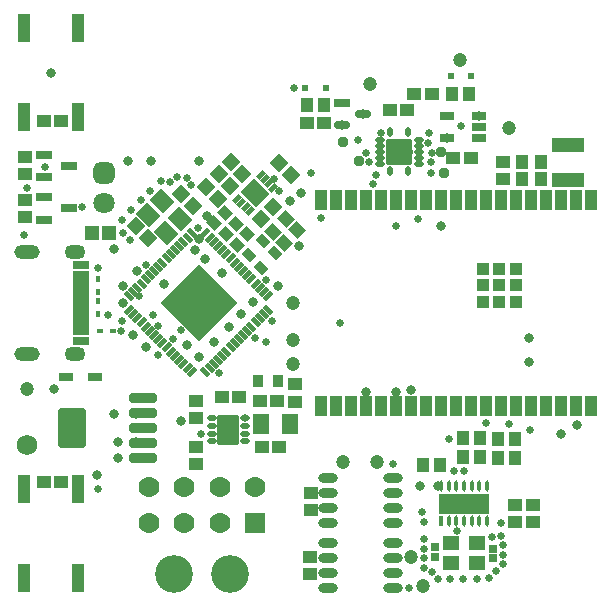
<source format=gts>
G04*
G04 #@! TF.GenerationSoftware,Altium Limited,Altium Designer,25.0.2 (28)*
G04*
G04 Layer_Color=8388736*
%FSLAX25Y25*%
%MOIN*%
G70*
G04*
G04 #@! TF.SameCoordinates,77BAF947-F79B-4421-9DE9-08F6AA71662D*
G04*
G04*
G04 #@! TF.FilePolarity,Negative*
G04*
G01*
G75*
%ADD27R,0.05328X0.07103*%
G04:AMPARAMS|DCode=28|XSize=37.64mil|YSize=12.3mil|CornerRadius=6.15mil|HoleSize=0mil|Usage=FLASHONLY|Rotation=90.000|XOffset=0mil|YOffset=0mil|HoleType=Round|Shape=RoundedRectangle|*
%AMROUNDEDRECTD28*
21,1,0.03764,0.00000,0,0,90.0*
21,1,0.02534,0.01230,0,0,90.0*
1,1,0.01230,0.00000,0.01267*
1,1,0.01230,0.00000,-0.01267*
1,1,0.01230,0.00000,-0.01267*
1,1,0.01230,0.00000,0.01267*
%
%ADD28ROUNDEDRECTD28*%
%ADD29R,0.01230X0.03764*%
%ADD32R,0.05512X0.04724*%
%ADD68R,0.04588X0.04481*%
G04:AMPARAMS|DCode=69|XSize=19.81mil|YSize=31.62mil|CornerRadius=5.95mil|HoleSize=0mil|Usage=FLASHONLY|Rotation=90.000|XOffset=0mil|YOffset=0mil|HoleType=Round|Shape=RoundedRectangle|*
%AMROUNDEDRECTD69*
21,1,0.01981,0.01972,0,0,90.0*
21,1,0.00791,0.03162,0,0,90.0*
1,1,0.01190,0.00986,0.00396*
1,1,0.01190,0.00986,-0.00396*
1,1,0.01190,-0.00986,-0.00396*
1,1,0.01190,-0.00986,0.00396*
%
%ADD69ROUNDEDRECTD69*%
G04:AMPARAMS|DCode=70|XSize=72.96mil|YSize=102.49mil|CornerRadius=5.95mil|HoleSize=0mil|Usage=FLASHONLY|Rotation=0.000|XOffset=0mil|YOffset=0mil|HoleType=Round|Shape=RoundedRectangle|*
%AMROUNDEDRECTD70*
21,1,0.07296,0.09059,0,0,0.0*
21,1,0.06106,0.10249,0,0,0.0*
1,1,0.01190,0.03053,-0.04530*
1,1,0.01190,-0.03053,-0.04530*
1,1,0.01190,-0.03053,0.04530*
1,1,0.01190,0.03053,0.04530*
%
%ADD70ROUNDEDRECTD70*%
%ADD71R,0.04200X0.09500*%
G04:AMPARAMS|DCode=72|XSize=133.98mil|YSize=90.68mil|CornerRadius=6.07mil|HoleSize=0mil|Usage=FLASHONLY|Rotation=270.000|XOffset=0mil|YOffset=0mil|HoleType=Round|Shape=RoundedRectangle|*
%AMROUNDEDRECTD72*
21,1,0.13398,0.07854,0,0,270.0*
21,1,0.12185,0.09068,0,0,270.0*
1,1,0.01213,-0.03927,-0.06093*
1,1,0.01213,-0.03927,0.06093*
1,1,0.01213,0.03927,0.06093*
1,1,0.01213,0.03927,-0.06093*
%
%ADD72ROUNDEDRECTD72*%
G04:AMPARAMS|DCode=73|XSize=31.62mil|YSize=90.68mil|CornerRadius=6.01mil|HoleSize=0mil|Usage=FLASHONLY|Rotation=270.000|XOffset=0mil|YOffset=0mil|HoleType=Round|Shape=RoundedRectangle|*
%AMROUNDEDRECTD73*
21,1,0.03162,0.07866,0,0,270.0*
21,1,0.01961,0.09068,0,0,270.0*
1,1,0.01202,-0.03933,-0.00980*
1,1,0.01202,-0.03933,0.00980*
1,1,0.01202,0.03933,0.00980*
1,1,0.01202,0.03933,-0.00980*
%
%ADD73ROUNDEDRECTD73*%
%ADD74R,0.04658X0.04186*%
%ADD75R,0.04572X0.04391*%
%ADD76R,0.16732X0.06693*%
%ADD77C,0.04737*%
%ADD78C,0.03753*%
%ADD79R,0.02847X0.02847*%
G04:AMPARAMS|DCode=80|XSize=45.72mil|YSize=43.91mil|CornerRadius=0mil|HoleSize=0mil|Usage=FLASHONLY|Rotation=225.000|XOffset=0mil|YOffset=0mil|HoleType=Round|Shape=Rectangle|*
%AMROTATEDRECTD80*
4,1,4,0.00064,0.03169,0.03169,0.00064,-0.00064,-0.03169,-0.03169,-0.00064,0.00064,0.03169,0.0*
%
%ADD80ROTATEDRECTD80*%

G04:AMPARAMS|DCode=81|XSize=45.72mil|YSize=43.91mil|CornerRadius=0mil|HoleSize=0mil|Usage=FLASHONLY|Rotation=315.000|XOffset=0mil|YOffset=0mil|HoleType=Round|Shape=Rectangle|*
%AMROTATEDRECTD81*
4,1,4,-0.03169,0.00064,-0.00064,0.03169,0.03169,-0.00064,0.00064,-0.03169,-0.03169,0.00064,0.0*
%
%ADD81ROTATEDRECTD81*%

G04:AMPARAMS|DCode=82|XSize=41.86mil|YSize=46.58mil|CornerRadius=0mil|HoleSize=0mil|Usage=FLASHONLY|Rotation=45.000|XOffset=0mil|YOffset=0mil|HoleType=Round|Shape=Rectangle|*
%AMROTATEDRECTD82*
4,1,4,0.00167,-0.03127,-0.03127,0.00167,-0.00167,0.03127,0.03127,-0.00167,0.00167,-0.03127,0.0*
%
%ADD82ROTATEDRECTD82*%

G04:AMPARAMS|DCode=83|XSize=36.94mil|YSize=41.94mil|CornerRadius=0mil|HoleSize=0mil|Usage=FLASHONLY|Rotation=225.000|XOffset=0mil|YOffset=0mil|HoleType=Round|Shape=Rectangle|*
%AMROTATEDRECTD83*
4,1,4,-0.00177,0.02789,0.02789,-0.00177,0.00177,-0.02789,-0.02789,0.00177,-0.00177,0.02789,0.0*
%
%ADD83ROTATEDRECTD83*%

G04:AMPARAMS|DCode=84|XSize=44.81mil|YSize=45.88mil|CornerRadius=0mil|HoleSize=0mil|Usage=FLASHONLY|Rotation=135.000|XOffset=0mil|YOffset=0mil|HoleType=Round|Shape=Rectangle|*
%AMROTATEDRECTD84*
4,1,4,0.03207,0.00038,-0.00038,-0.03207,-0.03207,-0.00038,0.00038,0.03207,0.03207,0.00038,0.0*
%
%ADD84ROTATEDRECTD84*%

G04:AMPARAMS|DCode=85|XSize=44.81mil|YSize=45.88mil|CornerRadius=0mil|HoleSize=0mil|Usage=FLASHONLY|Rotation=45.000|XOffset=0mil|YOffset=0mil|HoleType=Round|Shape=Rectangle|*
%AMROTATEDRECTD85*
4,1,4,0.00038,-0.03207,-0.03207,0.00038,-0.00038,0.03207,0.03207,-0.00038,0.00038,-0.03207,0.0*
%
%ADD85ROTATEDRECTD85*%

%ADD86R,0.04953X0.04761*%
G04:AMPARAMS|DCode=87|XSize=31.75mil|YSize=17.81mil|CornerRadius=0mil|HoleSize=0mil|Usage=FLASHONLY|Rotation=45.000|XOffset=0mil|YOffset=0mil|HoleType=Round|Shape=Rectangle|*
%AMROTATEDRECTD87*
4,1,4,-0.00493,-0.01752,-0.01752,-0.00493,0.00493,0.01752,0.01752,0.00493,-0.00493,-0.01752,0.0*
%
%ADD87ROTATEDRECTD87*%

G04:AMPARAMS|DCode=88|XSize=63.12mil|YSize=70.99mil|CornerRadius=0mil|HoleSize=0mil|Usage=FLASHONLY|Rotation=45.000|XOffset=0mil|YOffset=0mil|HoleType=Round|Shape=Rectangle|*
%AMROTATEDRECTD88*
4,1,4,0.00278,-0.04742,-0.04742,0.00278,-0.00278,0.04742,0.04742,-0.00278,0.00278,-0.04742,0.0*
%
%ADD88ROTATEDRECTD88*%

%ADD89R,0.01800X0.02200*%
%ADD90R,0.04895X0.02611*%
%ADD91R,0.05328X0.03162*%
%ADD92R,0.05328X0.01981*%
%ADD93R,0.04343X0.04343*%
%ADD94R,0.04343X0.06706*%
G04:AMPARAMS|DCode=95|XSize=32mil|YSize=41mil|CornerRadius=0mil|HoleSize=0mil|Usage=FLASHONLY|Rotation=45.000|XOffset=0mil|YOffset=0mil|HoleType=Round|Shape=Rectangle|*
%AMROTATEDRECTD95*
4,1,4,0.00318,-0.02581,-0.02581,0.00318,-0.00318,0.02581,0.02581,-0.00318,0.00318,-0.02581,0.0*
%
%ADD95ROTATEDRECTD95*%

%ADD96O,0.06509X0.03162*%
G04:AMPARAMS|DCode=97|XSize=37.53mil|YSize=17.84mil|CornerRadius=8.92mil|HoleSize=0mil|Usage=FLASHONLY|Rotation=315.000|XOffset=0mil|YOffset=0mil|HoleType=Round|Shape=RoundedRectangle|*
%AMROUNDEDRECTD97*
21,1,0.03753,0.00000,0,0,315.0*
21,1,0.01968,0.01784,0,0,315.0*
1,1,0.01784,0.00696,-0.00696*
1,1,0.01784,-0.00696,0.00696*
1,1,0.01784,-0.00696,0.00696*
1,1,0.01784,0.00696,-0.00696*
%
%ADD97ROUNDEDRECTD97*%
G04:AMPARAMS|DCode=98|XSize=17.84mil|YSize=37.53mil|CornerRadius=8.92mil|HoleSize=0mil|Usage=FLASHONLY|Rotation=315.000|XOffset=0mil|YOffset=0mil|HoleType=Round|Shape=RoundedRectangle|*
%AMROUNDEDRECTD98*
21,1,0.01784,0.01968,0,0,315.0*
21,1,0.00000,0.03753,0,0,315.0*
1,1,0.01784,-0.00696,-0.00696*
1,1,0.01784,-0.00696,-0.00696*
1,1,0.01784,0.00696,0.00696*
1,1,0.01784,0.00696,0.00696*
%
%ADD98ROUNDEDRECTD98*%
%ADD99P,0.25908X4X360.0*%
%ADD100R,0.04481X0.04588*%
%ADD101R,0.03200X0.04100*%
%ADD102R,0.02200X0.01800*%
G04:AMPARAMS|DCode=103|XSize=17.45mil|YSize=31.62mil|CornerRadius=5.98mil|HoleSize=0mil|Usage=FLASHONLY|Rotation=180.000|XOffset=0mil|YOffset=0mil|HoleType=Round|Shape=RoundedRectangle|*
%AMROUNDEDRECTD103*
21,1,0.01745,0.01965,0,0,180.0*
21,1,0.00548,0.03162,0,0,180.0*
1,1,0.01197,-0.00274,0.00983*
1,1,0.01197,0.00274,0.00983*
1,1,0.01197,0.00274,-0.00983*
1,1,0.01197,-0.00274,-0.00983*
%
%ADD103ROUNDEDRECTD103*%
G04:AMPARAMS|DCode=104|XSize=17.45mil|YSize=31.62mil|CornerRadius=5.98mil|HoleSize=0mil|Usage=FLASHONLY|Rotation=270.000|XOffset=0mil|YOffset=0mil|HoleType=Round|Shape=RoundedRectangle|*
%AMROUNDEDRECTD104*
21,1,0.01745,0.01965,0,0,270.0*
21,1,0.00548,0.03162,0,0,270.0*
1,1,0.01197,-0.00983,-0.00274*
1,1,0.01197,-0.00983,0.00274*
1,1,0.01197,0.00983,0.00274*
1,1,0.01197,0.00983,-0.00274*
%
%ADD104ROUNDEDRECTD104*%
G04:AMPARAMS|DCode=105|XSize=88.71mil|YSize=88.71mil|CornerRadius=6.02mil|HoleSize=0mil|Usage=FLASHONLY|Rotation=270.000|XOffset=0mil|YOffset=0mil|HoleType=Round|Shape=RoundedRectangle|*
%AMROUNDEDRECTD105*
21,1,0.08871,0.07667,0,0,270.0*
21,1,0.07667,0.08871,0,0,270.0*
1,1,0.01204,-0.03834,-0.03834*
1,1,0.01204,-0.03834,0.03834*
1,1,0.01204,0.03834,0.03834*
1,1,0.01204,0.03834,-0.03834*
%
%ADD105ROUNDEDRECTD105*%
%ADD106R,0.05600X0.03000*%
%ADD107R,0.02400X0.02200*%
G04:AMPARAMS|DCode=108|XSize=56.2mil|YSize=29.18mil|CornerRadius=14.59mil|HoleSize=0mil|Usage=FLASHONLY|Rotation=0.000|XOffset=0mil|YOffset=0mil|HoleType=Round|Shape=RoundedRectangle|*
%AMROUNDEDRECTD108*
21,1,0.05620,0.00000,0,0,0.0*
21,1,0.02702,0.02918,0,0,0.0*
1,1,0.02918,0.01351,0.00000*
1,1,0.02918,-0.01351,0.00000*
1,1,0.02918,-0.01351,0.00000*
1,1,0.02918,0.01351,0.00000*
%
%ADD108ROUNDEDRECTD108*%
%ADD109R,0.05620X0.02918*%
%ADD110R,0.04850X0.02800*%
%ADD111R,0.04391X0.04572*%
%ADD112R,0.10642X0.04562*%
G04:AMPARAMS|DCode=113|XSize=63.12mil|YSize=55.24mil|CornerRadius=0mil|HoleSize=0mil|Usage=FLASHONLY|Rotation=135.000|XOffset=0mil|YOffset=0mil|HoleType=Round|Shape=Rectangle|*
%AMROTATEDRECTD113*
4,1,4,0.04185,-0.00278,0.00278,-0.04185,-0.04185,0.00278,-0.00278,0.04185,0.04185,-0.00278,0.0*
%
%ADD113ROTATEDRECTD113*%

%ADD114C,0.06800*%
%ADD115C,0.07099*%
G04:AMPARAMS|DCode=116|XSize=70.99mil|YSize=70.99mil|CornerRadius=19.75mil|HoleSize=0mil|Usage=FLASHONLY|Rotation=270.000|XOffset=0mil|YOffset=0mil|HoleType=Round|Shape=RoundedRectangle|*
%AMROUNDEDRECTD116*
21,1,0.07099,0.03150,0,0,270.0*
21,1,0.03150,0.07099,0,0,270.0*
1,1,0.03950,-0.01575,-0.01575*
1,1,0.03950,-0.01575,0.01575*
1,1,0.03950,0.01575,0.01575*
1,1,0.03950,0.01575,-0.01575*
%
%ADD116ROUNDEDRECTD116*%
%ADD117O,0.08477X0.04934*%
%ADD118O,0.06902X0.04934*%
%ADD119C,0.12611*%
%ADD120C,0.06981*%
%ADD121R,0.06981X0.06981*%
%ADD122C,0.02611*%
%ADD123C,0.03162*%
%ADD124C,0.02769*%
D27*
X93618Y58071D02*
D03*
X83969D02*
D03*
D28*
X143752Y37248D02*
D03*
X146311D02*
D03*
X148870D02*
D03*
X151429D02*
D03*
X153988D02*
D03*
X156547D02*
D03*
X159106D02*
D03*
Y25610D02*
D03*
X156547D02*
D03*
X153988D02*
D03*
X151429D02*
D03*
X148870D02*
D03*
X146311D02*
D03*
D29*
X143752D02*
D03*
D32*
X155661Y11634D02*
D03*
X146999D02*
D03*
Y18327D02*
D03*
X155661D02*
D03*
D68*
X62205Y65809D02*
D03*
Y60176D02*
D03*
Y44832D02*
D03*
Y50465D02*
D03*
X100000Y13840D02*
D03*
Y8207D02*
D03*
X100394Y29467D02*
D03*
Y35100D02*
D03*
X168307Y31163D02*
D03*
Y25530D02*
D03*
X174409Y25530D02*
D03*
Y31163D02*
D03*
X5118Y127105D02*
D03*
Y132738D02*
D03*
Y146911D02*
D03*
Y141278D02*
D03*
X164567Y145336D02*
D03*
Y139703D02*
D03*
D69*
X67323Y59941D02*
D03*
Y57382D02*
D03*
Y54823D02*
D03*
Y52264D02*
D03*
X78347D02*
D03*
Y54823D02*
D03*
Y57382D02*
D03*
Y59941D02*
D03*
D70*
X72835Y56102D02*
D03*
D71*
X4921Y6904D02*
D03*
X22638D02*
D03*
Y36404D02*
D03*
X4921D02*
D03*
X22638Y160447D02*
D03*
X4921D02*
D03*
Y189947D02*
D03*
X22638D02*
D03*
D72*
X20965Y56693D02*
D03*
D73*
X44390Y66693D02*
D03*
Y61693D02*
D03*
Y56693D02*
D03*
Y51693D02*
D03*
Y46693D02*
D03*
D74*
X95092Y65492D02*
D03*
Y71516D02*
D03*
D75*
X70778Y66929D02*
D03*
X76503D02*
D03*
X89083Y65748D02*
D03*
X83358D02*
D03*
X17035Y159055D02*
D03*
X11311D02*
D03*
X89969Y50428D02*
D03*
X84244D02*
D03*
X132496Y162598D02*
D03*
X126772D02*
D03*
X104831Y158268D02*
D03*
X99106D02*
D03*
X134933Y168110D02*
D03*
X140658D02*
D03*
X153650Y146850D02*
D03*
X147925D02*
D03*
X17035Y38780D02*
D03*
X11311D02*
D03*
D76*
X151429Y31429D02*
D03*
D77*
X133858Y13780D02*
D03*
X166535Y156693D02*
D03*
X150000Y179528D02*
D03*
X122441Y45276D02*
D03*
X111024D02*
D03*
X94488Y77953D02*
D03*
Y86221D02*
D03*
Y98425D02*
D03*
X120079Y171260D02*
D03*
X137795Y3937D02*
D03*
X5906Y69882D02*
D03*
D78*
X143701Y148819D02*
D03*
X144685Y141732D02*
D03*
X116601Y145669D02*
D03*
X111024Y151969D02*
D03*
D79*
X161074Y13406D02*
D03*
Y16555D02*
D03*
X141783Y13799D02*
D03*
Y16949D02*
D03*
D80*
X73567Y137346D02*
D03*
X77614Y141394D02*
D03*
D81*
X57031Y134701D02*
D03*
X61079Y130653D02*
D03*
X46024Y119976D02*
D03*
X41976Y124024D02*
D03*
D82*
X92149Y126401D02*
D03*
X87889Y122141D02*
D03*
X95831Y122602D02*
D03*
X91571Y118343D02*
D03*
D83*
X68227Y124920D02*
D03*
X71654Y128347D02*
D03*
X75591Y124803D02*
D03*
X72164Y121377D02*
D03*
X79134Y121260D02*
D03*
X75708Y117834D02*
D03*
D84*
X69314Y133048D02*
D03*
X65331Y137031D02*
D03*
X93724Y140922D02*
D03*
X89741Y144905D02*
D03*
D85*
X69662Y141316D02*
D03*
X73645Y145299D02*
D03*
X87818Y130338D02*
D03*
X83835Y126355D02*
D03*
D86*
X33172Y121653D02*
D03*
X27458Y121654D02*
D03*
D87*
X75900Y133225D02*
D03*
X77292Y131834D02*
D03*
X78684Y130442D02*
D03*
X80076Y129050D02*
D03*
X87880Y136853D02*
D03*
X86488Y138245D02*
D03*
X85096Y139637D02*
D03*
X83704Y141029D02*
D03*
D88*
X81890Y135039D02*
D03*
D89*
X29528Y94700D02*
D03*
Y99000D02*
D03*
X29528Y106269D02*
D03*
Y101969D02*
D03*
D90*
X18937Y73819D02*
D03*
X28307D02*
D03*
D91*
X23917Y85827D02*
D03*
Y88976D02*
D03*
Y107874D02*
D03*
Y111024D02*
D03*
D92*
Y91535D02*
D03*
Y93504D02*
D03*
Y103347D02*
D03*
Y105315D02*
D03*
Y95472D02*
D03*
Y97441D02*
D03*
Y101378D02*
D03*
Y99409D02*
D03*
D93*
X157717Y98819D02*
D03*
Y104331D02*
D03*
Y109843D02*
D03*
X163228Y98819D02*
D03*
Y104331D02*
D03*
Y109843D02*
D03*
X168740Y98819D02*
D03*
Y104331D02*
D03*
Y109843D02*
D03*
D94*
X193937Y63976D02*
D03*
X188937D02*
D03*
X183937D02*
D03*
X178937D02*
D03*
X173937D02*
D03*
X168937D02*
D03*
X163937D02*
D03*
X158937D02*
D03*
X153937D02*
D03*
X148937D02*
D03*
X143937D02*
D03*
X138937D02*
D03*
X133937D02*
D03*
X128937D02*
D03*
X123937D02*
D03*
X118937D02*
D03*
X113937D02*
D03*
X108937D02*
D03*
X103937D02*
D03*
Y132874D02*
D03*
X108937D02*
D03*
X113937D02*
D03*
X118937D02*
D03*
X123937D02*
D03*
X128937D02*
D03*
X133937D02*
D03*
X138937D02*
D03*
X143937D02*
D03*
X148937D02*
D03*
X153937D02*
D03*
X158937D02*
D03*
X163937D02*
D03*
X168937D02*
D03*
X173937D02*
D03*
X178937D02*
D03*
X183937D02*
D03*
X188937D02*
D03*
X193937D02*
D03*
D95*
X79776Y114422D02*
D03*
X84514Y119160D02*
D03*
X88589Y114967D02*
D03*
X83852Y110230D02*
D03*
D96*
X127658Y3524D02*
D03*
Y8524D02*
D03*
Y13524D02*
D03*
Y18524D02*
D03*
X106201D02*
D03*
Y13524D02*
D03*
Y8524D02*
D03*
Y3524D02*
D03*
Y25017D02*
D03*
Y30017D02*
D03*
Y35017D02*
D03*
Y40017D02*
D03*
X127658D02*
D03*
Y35017D02*
D03*
Y30017D02*
D03*
Y25017D02*
D03*
D97*
X60695Y121601D02*
D03*
X59304Y120209D02*
D03*
X57912Y118817D02*
D03*
X56520Y117425D02*
D03*
X55128Y116033D02*
D03*
X53736Y114641D02*
D03*
X52344Y113249D02*
D03*
X50952Y111857D02*
D03*
X49560Y110466D02*
D03*
X48168Y109074D02*
D03*
X46776Y107682D02*
D03*
X45384Y106290D02*
D03*
X43992Y104898D02*
D03*
X42600Y103506D02*
D03*
X41208Y102114D02*
D03*
X39816Y100722D02*
D03*
X65289Y75249D02*
D03*
X66681Y76641D02*
D03*
X68073Y78033D02*
D03*
X69465Y79425D02*
D03*
X70857Y80817D02*
D03*
X72249Y82209D02*
D03*
X73641Y83601D02*
D03*
X75032Y84993D02*
D03*
X76424Y86385D02*
D03*
X77816Y87777D02*
D03*
X79208Y89169D02*
D03*
X80600Y90561D02*
D03*
X81992Y91953D02*
D03*
X83384Y93345D02*
D03*
X84776Y94737D02*
D03*
X86168Y96129D02*
D03*
D98*
X39816D02*
D03*
X41208Y94737D02*
D03*
X42600Y93345D02*
D03*
X43992Y91953D02*
D03*
X45384Y90561D02*
D03*
X46776Y89169D02*
D03*
X48168Y87777D02*
D03*
X49560Y86385D02*
D03*
X50952Y84993D02*
D03*
X52344Y83601D02*
D03*
X53736Y82209D02*
D03*
X55128Y80817D02*
D03*
X56520Y79425D02*
D03*
X57911Y78033D02*
D03*
X59304Y76641D02*
D03*
X60695Y75249D02*
D03*
X86168Y100722D02*
D03*
X84776Y102114D02*
D03*
X83384Y103506D02*
D03*
X81992Y104898D02*
D03*
X80600Y106290D02*
D03*
X79208Y107682D02*
D03*
X77816Y109074D02*
D03*
X76424Y110466D02*
D03*
X75032Y111857D02*
D03*
X73641Y113249D02*
D03*
X72249Y114641D02*
D03*
X70857Y116033D02*
D03*
X69465Y117425D02*
D03*
X68073Y118817D02*
D03*
X66681Y120209D02*
D03*
X65289Y121601D02*
D03*
D99*
X62992Y98425D02*
D03*
D100*
X162932Y53149D02*
D03*
X168564D02*
D03*
X162932Y46850D02*
D03*
X168565D02*
D03*
X151183Y47200D02*
D03*
X156816D02*
D03*
X151084Y53400D02*
D03*
X156717D02*
D03*
X137785Y44508D02*
D03*
X143418D02*
D03*
X99152Y164567D02*
D03*
X104785D02*
D03*
X147577Y168110D02*
D03*
X153210D02*
D03*
D101*
X89570Y72524D02*
D03*
X82871D02*
D03*
D102*
X34434Y88976D02*
D03*
X30134D02*
D03*
D103*
X126969Y155315D02*
D03*
X132874D02*
D03*
Y142323D02*
D03*
X126969D02*
D03*
D104*
X136418Y152756D02*
D03*
Y150787D02*
D03*
Y148819D02*
D03*
Y146850D02*
D03*
Y144882D02*
D03*
X123426D02*
D03*
Y146850D02*
D03*
Y148819D02*
D03*
Y150787D02*
D03*
Y152756D02*
D03*
D105*
X129921Y148819D02*
D03*
D106*
X19948Y129921D02*
D03*
X11548Y126181D02*
D03*
Y133661D02*
D03*
Y147835D02*
D03*
Y140354D02*
D03*
X19948Y144095D02*
D03*
D107*
X98619Y170079D02*
D03*
X105319D02*
D03*
X153744Y174016D02*
D03*
X147044D02*
D03*
D108*
X117717Y161417D02*
D03*
X110943Y157677D02*
D03*
D109*
Y165158D02*
D03*
D110*
X156456Y153387D02*
D03*
Y157087D02*
D03*
Y160787D02*
D03*
X145906Y160837D02*
D03*
Y153337D02*
D03*
D111*
X170866Y139658D02*
D03*
Y145382D02*
D03*
X177165Y139658D02*
D03*
Y145382D02*
D03*
D112*
X186221Y151094D02*
D03*
Y139458D02*
D03*
D113*
X46071Y127696D02*
D03*
X50804Y132429D02*
D03*
X56928Y126304D02*
D03*
X52196Y121572D02*
D03*
D114*
X5906Y51181D02*
D03*
D115*
X31496Y131811D02*
D03*
D116*
Y141811D02*
D03*
D117*
X5906Y81417D02*
D03*
Y115433D02*
D03*
D118*
X21654Y81417D02*
D03*
Y115433D02*
D03*
D119*
X73465Y8189D02*
D03*
X54961D02*
D03*
D120*
X46457Y25197D02*
D03*
X58268D02*
D03*
X70079D02*
D03*
X81890Y37008D02*
D03*
X70079D02*
D03*
X58268D02*
D03*
X46457D02*
D03*
D121*
X81890Y25197D02*
D03*
D122*
X85546Y106216D02*
D03*
X148031Y42520D02*
D03*
X151575D02*
D03*
X137571Y28679D02*
D03*
X138212Y25475D02*
D03*
X85331Y85303D02*
D03*
X81890Y86695D02*
D03*
X4921Y121063D02*
D03*
X37402Y92520D02*
D03*
X37014Y88976D02*
D03*
X32677Y94488D02*
D03*
X49606Y90662D02*
D03*
X47667Y94459D02*
D03*
X62913Y123559D02*
D03*
X123748Y155032D02*
D03*
X116142Y152756D02*
D03*
X121260Y137922D02*
D03*
X122164Y141062D02*
D03*
X140657Y148571D02*
D03*
X140551Y145276D02*
D03*
X89775Y135816D02*
D03*
X45603Y111090D02*
D03*
X69749Y75194D02*
D03*
X119806Y145286D02*
D03*
X118898Y148425D02*
D03*
X139370Y151575D02*
D03*
X139764Y155083D02*
D03*
X149238Y22356D02*
D03*
X63878Y54823D02*
D03*
X78347Y59941D02*
D03*
X29528Y36417D02*
D03*
X5906Y136811D02*
D03*
X100394Y141732D02*
D03*
X128937Y124016D02*
D03*
X87598Y92520D02*
D03*
X140551Y141732D02*
D03*
X136221Y126378D02*
D03*
X49606Y81102D02*
D03*
X54505Y86402D02*
D03*
X57087Y89370D02*
D03*
X103937Y126772D02*
D03*
X40157Y119291D02*
D03*
X37795Y121653D02*
D03*
X94882Y170079D02*
D03*
X163779Y20866D02*
D03*
X164567Y17717D02*
D03*
Y14567D02*
D03*
Y11417D02*
D03*
X138189Y19685D02*
D03*
Y16535D02*
D03*
Y13386D02*
D03*
Y10236D02*
D03*
X140945Y8661D02*
D03*
X142913Y6299D02*
D03*
X146850D02*
D03*
X151181D02*
D03*
X155905D02*
D03*
X159843Y6693D02*
D03*
X162205Y9055D02*
D03*
X141783Y16949D02*
D03*
X161074Y13406D02*
D03*
X133071Y3543D02*
D03*
X163779Y25197D02*
D03*
X127953Y44882D02*
D03*
X146457Y53150D02*
D03*
X158661Y58268D02*
D03*
X23995Y130532D02*
D03*
X55905Y140551D02*
D03*
X53543Y138583D02*
D03*
X37402Y125984D02*
D03*
X60630Y137795D02*
D03*
X59055Y140157D02*
D03*
X50394Y138976D02*
D03*
X46850Y135827D02*
D03*
X43701Y132677D02*
D03*
X40551Y129528D02*
D03*
X160680Y20295D02*
D03*
X110236Y91732D02*
D03*
X173425Y56102D02*
D03*
X166339Y58071D02*
D03*
X60236Y94095D02*
D03*
X88189Y139764D02*
D03*
X93724Y140922D02*
D03*
X83835Y126355D02*
D03*
X43110Y100886D02*
D03*
X29528Y110236D02*
D03*
X11811Y143701D02*
D03*
X150591Y157480D02*
D03*
D123*
X73284Y90496D02*
D03*
X62205Y65809D02*
D03*
X56988Y59153D02*
D03*
X70778Y66929D02*
D03*
X18504Y52559D02*
D03*
X20965Y56693D02*
D03*
X23425Y52559D02*
D03*
X36114Y51968D02*
D03*
X36220Y46850D02*
D03*
X42036D02*
D03*
X42126Y51968D02*
D03*
X44390Y56693D02*
D03*
X18504Y61417D02*
D03*
X23425D02*
D03*
X34938D02*
D03*
X42126D02*
D03*
X29134Y40945D02*
D03*
X89969Y50428D02*
D03*
X89083Y65748D02*
D03*
X95092Y65492D02*
D03*
X82871Y72524D02*
D03*
X93618Y58071D02*
D03*
X84244Y50428D02*
D03*
X83969Y58071D02*
D03*
X83358Y65748D02*
D03*
X76503Y66929D02*
D03*
X13780Y175197D02*
D03*
X173228Y86614D02*
D03*
Y78740D02*
D03*
X42631Y108944D02*
D03*
X41080Y87857D02*
D03*
X53341Y98099D02*
D03*
X62992Y145669D02*
D03*
X47244D02*
D03*
X39370D02*
D03*
X27458Y121654D02*
D03*
X66645Y104097D02*
D03*
X72441Y97638D02*
D03*
X93593Y132249D02*
D03*
X81890Y135039D02*
D03*
X37937Y104139D02*
D03*
X14764Y69882D02*
D03*
X132496Y162598D02*
D03*
X126772D02*
D03*
X4921Y189947D02*
D03*
X174409Y25295D02*
D03*
X133858Y69291D02*
D03*
X183858Y54724D02*
D03*
X142964Y37335D02*
D03*
X136952Y37421D02*
D03*
X50804Y132429D02*
D03*
X155661Y11634D02*
D03*
X146999Y18327D02*
D03*
X162932Y53149D02*
D03*
X156717Y53400D02*
D03*
X143418Y44455D02*
D03*
X137785Y44508D02*
D03*
X52196Y121572D02*
D03*
X46024Y119976D02*
D03*
X61079Y130653D02*
D03*
X97244Y135039D02*
D03*
X96500Y117500D02*
D03*
X89741Y144905D02*
D03*
X188740Y139370D02*
D03*
X177165Y139658D02*
D03*
X164567Y145571D02*
D03*
X147925Y146850D02*
D03*
X145906Y153337D02*
D03*
X110943Y157677D02*
D03*
X117717Y161417D02*
D03*
X99106Y158268D02*
D03*
X73567Y137346D02*
D03*
X77614Y141394D02*
D03*
X73811Y145465D02*
D03*
X65331Y137031D02*
D03*
X34646Y116535D02*
D03*
X63292Y119852D02*
D03*
X65803Y127504D02*
D03*
X89308Y104072D02*
D03*
X68166Y85378D02*
D03*
X127658Y35017D02*
D03*
Y30017D02*
D03*
Y13524D02*
D03*
X37937Y98425D02*
D03*
X64990Y112963D02*
D03*
X70922Y108323D02*
D03*
X81158Y98874D02*
D03*
X62992Y102362D02*
D03*
X63048Y80260D02*
D03*
X177165Y145382D02*
D03*
X22638Y6904D02*
D03*
X17035Y38780D02*
D03*
X62857Y107615D02*
D03*
X128937Y68898D02*
D03*
X11213Y159055D02*
D03*
X45331Y83606D02*
D03*
X59000Y84307D02*
D03*
X77110Y94827D02*
D03*
X64118Y89425D02*
D03*
X69236Y94544D02*
D03*
X55567Y100732D02*
D03*
X59111Y104275D02*
D03*
X156456Y160787D02*
D03*
X99152Y164567D02*
D03*
X134933Y168110D02*
D03*
X186221Y151094D02*
D03*
X170866Y145382D02*
D03*
X153650Y146850D02*
D03*
X123937Y132874D02*
D03*
X193937D02*
D03*
X168740Y109843D02*
D03*
X163228D02*
D03*
X157717D02*
D03*
Y104331D02*
D03*
X163228D02*
D03*
X168740D02*
D03*
Y98819D02*
D03*
X163228D02*
D03*
X157717D02*
D03*
X193937Y63976D02*
D03*
X127658Y8524D02*
D03*
X118898Y68898D02*
D03*
X143701Y124016D02*
D03*
X138937Y132874D02*
D03*
X158937D02*
D03*
X188976Y57874D02*
D03*
X61782Y116171D02*
D03*
X51519Y104780D02*
D03*
D124*
X72835Y52362D02*
D03*
Y59842D02*
D03*
X75098Y56102D02*
D03*
X70571D02*
D03*
X129921Y145768D02*
D03*
X126870Y148819D02*
D03*
X129921Y151870D02*
D03*
X132972Y148819D02*
D03*
X129921D02*
D03*
X23917Y111024D02*
D03*
Y85827D02*
D03*
M02*

</source>
